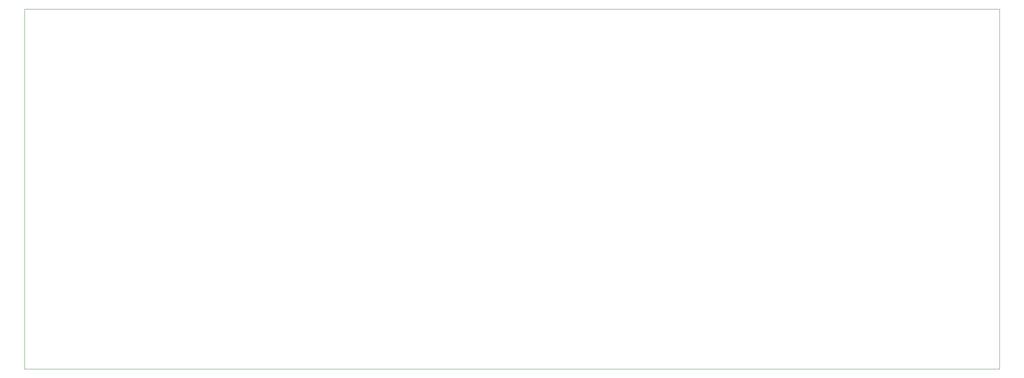
<source format=gm1>
G04 #@! TF.GenerationSoftware,KiCad,Pcbnew,6.0.8+dfsg-1~bpo11+1*
G04 #@! TF.CreationDate,2023-08-01T08:47:42-04:00*
G04 #@! TF.ProjectId,14_8x32_self_capacitance,31345f38-7833-4325-9f73-656c665f6361,rev?*
G04 #@! TF.SameCoordinates,Original*
G04 #@! TF.FileFunction,Profile,NP*
%FSLAX46Y46*%
G04 Gerber Fmt 4.6, Leading zero omitted, Abs format (unit mm)*
G04 Created by KiCad (PCBNEW 6.0.8+dfsg-1~bpo11+1) date 2023-08-01 08:47:42*
%MOMM*%
%LPD*%
G01*
G04 APERTURE LIST*
G04 #@! TA.AperFunction,Profile*
%ADD10C,0.100000*%
G04 #@! TD*
G04 APERTURE END LIST*
D10*
X46300000Y-38800000D02*
X265200000Y-38800000D01*
X265200000Y-38800000D02*
X265200000Y-119600000D01*
X265200000Y-119600000D02*
X46300000Y-119600000D01*
X46300000Y-119600000D02*
X46300000Y-38800000D01*
M02*

</source>
